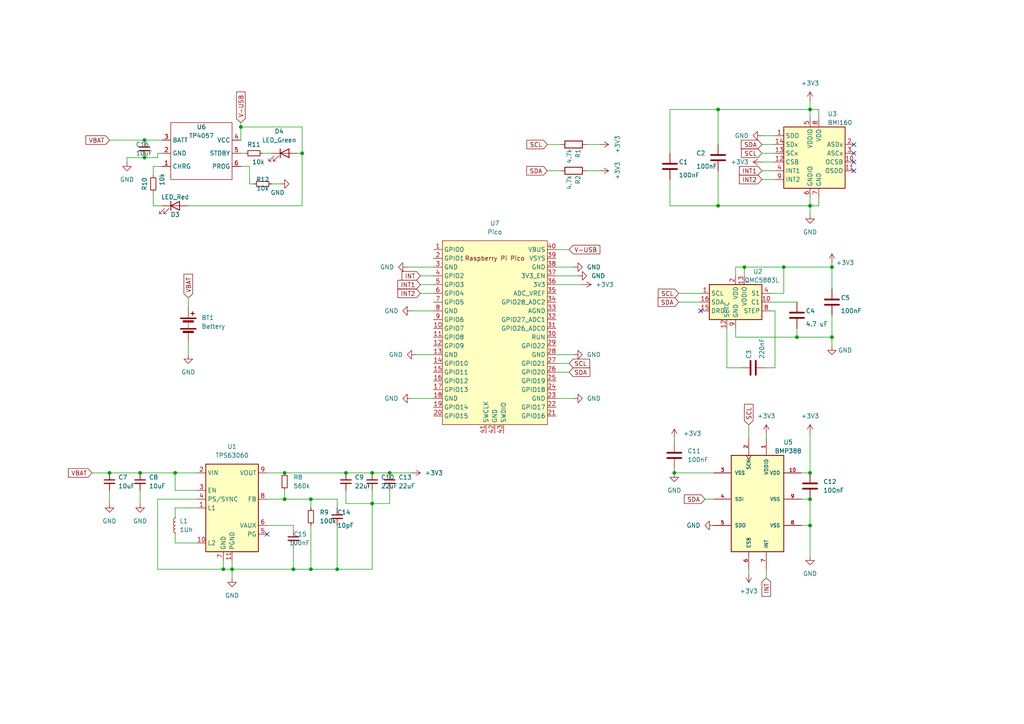
<source format=kicad_sch>
(kicad_sch (version 20230121) (generator eeschema)
  (paper "A4")
  (lib_symbols
    (symbol "Device:Battery" (pin_numbers hide) (pin_names (offset 0) hide)
      (property "Reference" "BT" (at 2.54 2.54 0))
      (property "Value" "Battery" (at 2.54 0 0))
      (symbol "Battery_0_1"
        (rectangle (start -2.286 -1.27) (end 2.286 -1.524) (fill (type outline)))
        (rectangle (start -2.286 1.778) (end 2.286 1.524) (fill (type outline)))
        (rectangle (start -1.524 -2.032) (end 1.524 -2.54) (fill (type outline)))
        (rectangle (start -1.524 1.016) (end 1.524 0.508) (fill (type outline)))
        (polyline (pts (xy 0 -1.016) (xy 0 -0.762)))
        (polyline (pts (xy 0 -0.508) (xy 0 -0.254)))
        (polyline (pts (xy 0 0) (xy 0 0.254)))
        (polyline (pts (xy 0 1.778) (xy 0 2.54)))
        (polyline (pts (xy 0.762 3.048) (xy 1.778 3.048)) (stroke (width 0.254)))
        (polyline (pts (xy 1.27 3.556) (xy 1.27 2.54)) (stroke (width 0.254)))
      )
      (symbol "Battery_1_1"
        (pin passive line (at 0 5.08 270) (length 2.54) (name "+") (number "1"))
        (pin passive line (at 0 -5.08 90) (length 2.54) (name "-") (number "2"))
      )
    )
    (symbol "Device:C" (pin_numbers hide) (pin_names (offset 0.254))
      (property "Reference" "C" (at 0.635 2.54 0))
      (property "Value" "C" (at 0.635 -2.54 0))
      (symbol "C_0_1"
        (polyline (pts (xy -2.032 -0.762) (xy 2.032 -0.762)) (stroke (width 0.508)))
        (polyline (pts (xy -2.032 0.762) (xy 2.032 0.762)) (stroke (width 0.508)))
      )
      (symbol "C_1_1"
        (pin passive line (at 0 3.81 270) (length 2.794) (name "~") (number "1"))
        (pin passive line (at 0 -3.81 90) (length 2.794) (name "~") (number "2"))
      )
    )
    (symbol "Device:C_Small" (pin_numbers hide) (pin_names (offset 0.254) hide)
      (property "Reference" "C" (at 0.254 1.778 0))
      (property "Value" "C_Small" (at 0.254 -2.032 0))
      (symbol "C_Small_0_1"
        (polyline (pts (xy -1.524 -0.508) (xy 1.524 -0.508)) (stroke (width 0.3302)))
        (polyline (pts (xy -1.524 0.508) (xy 1.524 0.508)) (stroke (width 0.3048)))
      )
      (symbol "C_Small_1_1"
        (pin passive line (at 0 2.54 270) (length 2.032) (name "~") (number "1"))
        (pin passive line (at 0 -2.54 90) (length 2.032) (name "~") (number "2"))
      )
    )
    (symbol "Device:LED" (pin_numbers hide) (pin_names (offset 1.016) hide)
      (property "Reference" "D" (at 0 2.54 0))
      (property "Value" "LED" (at 0 -2.54 0))
      (symbol "LED_0_1"
        (polyline (pts (xy -1.27 -1.27) (xy -1.27 1.27)) (stroke (width 0.254)))
        (polyline (pts (xy -1.27 0) (xy 1.27 0)))
        (polyline (pts (xy 1.27 -1.27) (xy 1.27 1.27) (xy -1.27 0) (xy 1.27 -1.27)) (stroke (width 0.254)))
        (polyline (pts (xy -3.048 -0.762) (xy -4.572 -2.286) (xy -3.81 -2.286) (xy -4.572 -2.286) (xy -4.572 -1.524)))
        (polyline (pts (xy -1.778 -0.762) (xy -3.302 -2.286) (xy -2.54 -2.286) (xy -3.302 -2.286) (xy -3.302 -1.524)))
      )
      (symbol "LED_1_1"
        (pin passive line (at -3.81 0 0) (length 2.54) (name "K") (number "1"))
        (pin passive line (at 3.81 0 180) (length 2.54) (name "A") (number "2"))
      )
    )
    (symbol "Device:L_Small" (pin_numbers hide) (pin_names (offset 0.254) hide)
      (property "Reference" "L" (at 0.762 1.016 0))
      (property "Value" "L_Small" (at 0.762 -1.016 0))
      (symbol "L_Small_0_1"
        (arc (start 0 -2.032) (mid 0.5058 -1.524) (end 0 -1.016))
        (arc (start 0 -1.016) (mid 0.5058 -0.508) (end 0 0))
        (arc (start 0 0) (mid 0.5058 0.508) (end 0 1.016))
        (arc (start 0 1.016) (mid 0.5058 1.524) (end 0 2.032))
      )
      (symbol "L_Small_1_1"
        (pin passive line (at 0 2.54 270) (length 0.508) (name "~") (number "1"))
        (pin passive line (at 0 -2.54 90) (length 0.508) (name "~") (number "2"))
      )
    )
    (symbol "Device:R" (pin_numbers hide) (pin_names (offset 0))
      (property "Reference" "R" (at 2.032 0 90))
      (property "Value" "R" (at 0 0 90))
      (symbol "R_0_1"
        (rectangle (start -1.016 -2.54) (end 1.016 2.54) (stroke (width 0.254)))
      )
      (symbol "R_1_1"
        (pin passive line (at 0 3.81 270) (length 1.27) (name "~") (number "1"))
        (pin passive line (at 0 -3.81 90) (length 1.27) (name "~") (number "2"))
      )
    )
    (symbol "Device:R_Small" (pin_numbers hide) (pin_names (offset 0.254) hide)
      (property "Reference" "R" (at 0.762 0.508 0))
      (property "Value" "R_Small" (at 0.762 -1.016 0))
      (symbol "R_Small_0_1"
        (rectangle (start -0.762 1.778) (end 0.762 -1.778) (stroke (width 0.2032)))
      )
      (symbol "R_Small_1_1"
        (pin passive line (at 0 2.54 270) (length 0.762) (name "~") (number "1"))
        (pin passive line (at 0 -2.54 90) (length 0.762) (name "~") (number "2"))
      )
    )
    (symbol "GND_1" (power) (pin_names (offset 0))
      (property "Value" "GND_1" (at 0 -3.81 0))
      (symbol "GND_1_0_1"
        (polyline (pts (xy 0 0) (xy 0 -1.27) (xy 1.27 -1.27) (xy 0 -2.54) (xy -1.27 -1.27) (xy 0 -1.27)))
      )
      (symbol "GND_1_1_1"
        (pin power_in line (at 0 0 270) (length 0) hide (name "GND") (number "1"))
      )
    )
    (symbol "GND_5" (power) (pin_names (offset 0))
      (property "Value" "GND_5" (at 0 -3.81 0))
      (symbol "GND_5_0_1"
        (polyline (pts (xy 0 0) (xy 0 -1.27) (xy 1.27 -1.27) (xy 0 -2.54) (xy -1.27 -1.27) (xy 0 -1.27)))
      )
      (symbol "GND_5_1_1"
        (pin power_in line (at 0 0 270) (length 0) hide (name "GND") (number "1"))
      )
    )
    (symbol "MCU_RaspberryPi_and_Boards:Pico"
      (property "Reference" "U" (at -13.97 27.94 0))
      (property "Value" "Pico" (at 0 19.05 0))
      (symbol "Pico_0_0"
        (text "Raspberry Pi Pico" (at 0 21.59 0) (effects (font (size 1.27 1.27))))
      )
      (symbol "Pico_0_1"
        (rectangle (start -15.24 26.67) (end 15.24 -26.67) (fill (type background)))
      )
      (symbol "Pico_1_1"
        (pin bidirectional line (at -17.78 24.13 0) (length 2.54) (name "GPIO0") (number "1"))
        (pin bidirectional line (at -17.78 1.27 0) (length 2.54) (name "GPIO7") (number "10"))
        (pin bidirectional line (at -17.78 -1.27 0) (length 2.54) (name "GPIO8") (number "11"))
        (pin bidirectional line (at -17.78 -3.81 0) (length 2.54) (name "GPIO9") (number "12"))
        (pin power_in line (at -17.78 -6.35 0) (length 2.54) (name "GND") (number "13"))
        (pin bidirectional line (at -17.78 -8.89 0) (length 2.54) (name "GPIO10") (number "14"))
        (pin bidirectional line (at -17.78 -11.43 0) (length 2.54) (name "GPIO11") (number "15"))
        (pin bidirectional line (at -17.78 -13.97 0) (length 2.54) (name "GPIO12") (number "16"))
        (pin bidirectional line (at -17.78 -16.51 0) (length 2.54) (name "GPIO13") (number "17"))
        (pin power_in line (at -17.78 -19.05 0) (length 2.54) (name "GND") (number "18"))
        (pin bidirectional line (at -17.78 -21.59 0) (length 2.54) (name "GPIO14") (number "19"))
        (pin bidirectional line (at -17.78 21.59 0) (length 2.54) (name "GPIO1") (number "2"))
        (pin bidirectional line (at -17.78 -24.13 0) (length 2.54) (name "GPIO15") (number "20"))
        (pin bidirectional line (at 17.78 -24.13 180) (length 2.54) (name "GPIO16") (number "21"))
        (pin bidirectional line (at 17.78 -21.59 180) (length 2.54) (name "GPIO17") (number "22"))
        (pin power_in line (at 17.78 -19.05 180) (length 2.54) (name "GND") (number "23"))
        (pin bidirectional line (at 17.78 -16.51 180) (length 2.54) (name "GPIO18") (number "24"))
        (pin bidirectional line (at 17.78 -13.97 180) (length 2.54) (name "GPIO19") (number "25"))
        (pin bidirectional line (at 17.78 -11.43 180) (length 2.54) (name "GPIO20") (number "26"))
        (pin bidirectional line (at 17.78 -8.89 180) (length 2.54) (name "GPIO21") (number "27"))
        (pin power_in line (at 17.78 -6.35 180) (length 2.54) (name "GND") (number "28"))
        (pin bidirectional line (at 17.78 -3.81 180) (length 2.54) (name "GPIO22") (number "29"))
        (pin power_in line (at -17.78 19.05 0) (length 2.54) (name "GND") (number "3"))
        (pin input line (at 17.78 -1.27 180) (length 2.54) (name "RUN") (number "30"))
        (pin bidirectional line (at 17.78 1.27 180) (length 2.54) (name "GPIO26_ADC0") (number "31"))
        (pin bidirectional line (at 17.78 3.81 180) (length 2.54) (name "GPIO27_ADC1") (number "32"))
        (pin power_in line (at 17.78 6.35 180) (length 2.54) (name "AGND") (number "33"))
        (pin bidirectional line (at 17.78 8.89 180) (length 2.54) (name "GPIO28_ADC2") (number "34"))
        (pin power_in line (at 17.78 11.43 180) (length 2.54) (name "ADC_VREF") (number "35"))
        (pin power_in line (at 17.78 13.97 180) (length 2.54) (name "3V3") (number "36"))
        (pin input line (at 17.78 16.51 180) (length 2.54) (name "3V3_EN") (number "37"))
        (pin bidirectional line (at 17.78 19.05 180) (length 2.54) (name "GND") (number "38"))
        (pin power_in line (at 17.78 21.59 180) (length 2.54) (name "VSYS") (number "39"))
        (pin bidirectional line (at -17.78 16.51 0) (length 2.54) (name "GPIO2") (number "4"))
        (pin power_in line (at 17.78 24.13 180) (length 2.54) (name "VBUS") (number "40"))
        (pin input line (at -2.54 -29.21 90) (length 2.54) (name "SWCLK") (number "41"))
        (pin power_in line (at 0 -29.21 90) (length 2.54) (name "GND") (number "42"))
        (pin bidirectional line (at 2.54 -29.21 90) (length 2.54) (name "SWDIO") (number "43"))
        (pin bidirectional line (at -17.78 13.97 0) (length 2.54) (name "GPIO3") (number "5"))
        (pin bidirectional line (at -17.78 11.43 0) (length 2.54) (name "GPIO4") (number "6"))
        (pin bidirectional line (at -17.78 8.89 0) (length 2.54) (name "GPIO5") (number "7"))
        (pin power_in line (at -17.78 6.35 0) (length 2.54) (name "GND") (number "8"))
        (pin bidirectional line (at -17.78 3.81 0) (length 2.54) (name "GPIO6") (number "9"))
      )
    )
    (symbol "Regulator_Switching:TPS63060"
      (property "Reference" "U" (at -7.62 13.97 0))
      (property "Value" "TPS63060" (at 2.54 13.97 0))
      (symbol "TPS63060_0_1"
        (rectangle (start -7.62 12.7) (end 7.62 -12.7) (stroke (width 0.254)) (fill (type background)))
      )
      (symbol "TPS63060_1_1"
        (pin input line (at -10.16 0 0) (length 2.54) (name "L1") (number "1"))
        (pin input line (at -10.16 -10.16 0) (length 2.54) (name "L2") (number "10"))
        (pin power_in line (at 0 -15.24 90) (length 2.54) (name "PGND") (number "11"))
        (pin power_in line (at -10.16 10.16 0) (length 2.54) (name "VIN") (number "2"))
        (pin input line (at -10.16 5.08 0) (length 2.54) (name "EN") (number "3"))
        (pin input line (at -10.16 2.54 0) (length 2.54) (name "PS/SYNC") (number "4"))
        (pin output line (at 10.16 -7.62 180) (length 2.54) (name "PG") (number "5"))
        (pin passive line (at 10.16 -5.08 180) (length 2.54) (name "VAUX") (number "6"))
        (pin power_in line (at -2.54 -15.24 90) (length 2.54) (name "GND") (number "7"))
        (pin input line (at 10.16 2.54 180) (length 2.54) (name "FB") (number "8"))
        (pin power_out line (at 10.16 10.16 180) (length 2.54) (name "VOUT") (number "9"))
      )
    )
    (symbol "Sensor_Barometric:BMP388" (pin_names (offset 1.016))
      (property "Reference" "U?" (at -21.59 30.48 0))
      (property "Value" "BMP388" (at -21.59 27.94 0))
      (symbol "BMP388_0_0"
        (rectangle (start -7.62 -12.7) (end 7.62 15.24) (stroke (width 0.254)) (fill (type background)))
        (pin power_in line (at 2.54 20.32 270) (length 5.08) (name "VDDIO") (number "1"))
        (pin power_in line (at 12.7 10.16 180) (length 5.08) (name "VDD") (number "10"))
        (pin input clock (at -2.54 20.32 270) (length 5.08) (name "SCK") (number "2"))
        (pin power_in line (at -12.7 10.16 0) (length 5.08) (name "VSS") (number "3"))
        (pin bidirectional line (at -12.7 2.54 0) (length 5.08) (name "SDI") (number "4"))
        (pin bidirectional line (at -12.7 -5.08 0) (length 5.08) (name "SDO") (number "5"))
        (pin input line (at -2.54 -17.78 90) (length 5.08) (name "CSB") (number "6"))
        (pin output line (at 2.54 -17.78 90) (length 5.08) (name "INT") (number "7"))
        (pin power_in line (at 12.7 -5.08 180) (length 5.08) (name "VSS") (number "8"))
        (pin power_in line (at 12.7 2.54 180) (length 5.08) (name "VSS") (number "9"))
      )
    )
    (symbol "Sensor_Magnetic:QMC5883L"
      (property "Reference" "U" (at -7.62 7.62 0))
      (property "Value" "QMC5883L" (at 5.08 7.62 0))
      (symbol "QMC5883L_0_1"
        (rectangle (start -7.62 5.08) (end 7.62 -5.08) (stroke (width 0.254)) (fill (type background)))
      )
      (symbol "QMC5883L_1_1"
        (pin input line (at -10.16 2.54 0) (length 2.54) (name "SCL") (number "1"))
        (pin passive line (at 10.16 0 180) (length 2.54) (name "C1") (number "10"))
        (pin passive line (at 0 -7.62 90) (length 2.54) hide (name "GND") (number "11"))
        (pin passive line (at -2.54 -7.62 90) (length 2.54) (name "SETC") (number "12"))
        (pin power_in line (at 2.54 7.62 270) (length 2.54) (name "VDDIO") (number "13"))
        (pin no_connect line (at -2.54 -5.08 90) (length 2.54) hide (name "NC") (number "14"))
        (pin output line (at -10.16 -2.54 0) (length 2.54) (name "DRDY") (number "15"))
        (pin bidirectional line (at -10.16 0 0) (length 2.54) (name "SDA") (number "16"))
        (pin power_in line (at 0 7.62 270) (length 2.54) (name "VDD") (number "2"))
        (pin no_connect line (at 7.62 -5.08 180) (length 2.54) hide (name "NC") (number "3"))
        (pin passive line (at 10.16 2.54 180) (length 2.54) (name "S1") (number "4"))
        (pin no_connect line (at 7.62 5.08 180) (length 2.54) hide (name "NC") (number "5"))
        (pin no_connect line (at 7.62 -2.54 180) (length 2.54) hide (name "NC") (number "6"))
        (pin no_connect line (at -5.08 -5.08 90) (length 2.54) hide (name "NC") (number "7"))
        (pin passive line (at 10.16 -2.54 180) (length 2.54) (name "STEP") (number "8"))
        (pin power_in line (at 0 -7.62 90) (length 2.54) (name "GND") (number "9"))
      )
    )
    (symbol "Sensor_Motion:BMI160"
      (property "Reference" "U" (at -10.16 8.89 0))
      (property "Value" "BMI160" (at 7.62 8.89 0))
      (symbol "BMI160_1_1"
        (rectangle (start -10.16 7.62) (end 7.62 -10.16) (stroke (width 0.254)) (fill (type background)))
        (pin bidirectional line (at -12.7 5.08 0) (length 2.54) (name "SDO") (number "1"))
        (pin bidirectional line (at 10.16 -2.54 180) (length 2.54) (name "OCSB") (number "10"))
        (pin bidirectional line (at 10.16 -5.08 180) (length 2.54) (name "OSDO") (number "11"))
        (pin input line (at -12.7 -2.54 0) (length 2.54) (name "CSB") (number "12"))
        (pin input line (at -12.7 0 0) (length 2.54) (name "SCx") (number "13"))
        (pin bidirectional line (at -12.7 2.54 0) (length 2.54) (name "SDx") (number "14"))
        (pin bidirectional line (at 10.16 2.54 180) (length 2.54) (name "ASDx") (number "2"))
        (pin output line (at 10.16 0 180) (length 2.54) (name "ASCx") (number "3"))
        (pin bidirectional line (at -12.7 -5.08 0) (length 2.54) (name "INT1") (number "4"))
        (pin power_in line (at -2.54 10.16 270) (length 2.54) (name "VDDIO") (number "5"))
        (pin power_in line (at -2.54 -12.7 90) (length 2.54) (name "GNDIO") (number "6"))
        (pin power_in line (at 0 -12.7 90) (length 2.54) (name "GND") (number "7"))
        (pin power_in line (at 0 10.16 270) (length 2.54) (name "VDD") (number "8"))
        (pin bidirectional line (at -12.7 -7.62 0) (length 2.54) (name "INT2") (number "9"))
      )
    )
    (symbol "batterymanagementcustom:TP4057"
      (property "Reference" "U" (at -2.54 2.54 0))
      (property "Value" "TP4057" (at -1.27 5.08 0))
      (symbol "TP4057_0_1"
        (rectangle (start -10.16 6.35) (end 7.62 -10.16))
      )
      (symbol "TP4057_1_1"
        (pin output line (at -12.7 -6.35 0) (length 2.54) (name "CHRG") (number "1"))
        (pin bidirectional line (at -12.7 -2.54 0) (length 2.54) (name "GND") (number "2"))
        (pin bidirectional line (at -12.7 1.27 0) (length 2.54) (name "BATT") (number "3"))
        (pin bidirectional line (at 10.16 1.27 180) (length 2.54) (name "VCC") (number "4"))
        (pin bidirectional line (at 10.16 -2.54 180) (length 2.54) (name "STDBY") (number "5"))
        (pin input line (at 10.16 -6.35 180) (length 2.54) (name "PROG") (number "6"))
      )
    )
    (symbol "power:+3.3V" (power) (pin_names (offset 0))
      (property "Value" "+3.3V" (at 0 3.556 0))
      (symbol "+3.3V_0_1"
        (polyline (pts (xy -0.762 1.27) (xy 0 2.54)))
        (polyline (pts (xy 0 0) (xy 0 2.54)))
        (polyline (pts (xy 0 2.54) (xy 0.762 1.27)))
      )
      (symbol "+3.3V_1_1"
        (pin power_in line (at 0 0 90) (length 0) hide (name "+3V3") (number "1"))
      )
    )
    (symbol "power:+3V3" (power) (pin_names (offset 0))
      (property "Value" "+3V3" (at 0 3.556 0))
      (symbol "+3V3_0_1"
        (polyline (pts (xy -0.762 1.27) (xy 0 2.54)))
        (polyline (pts (xy 0 0) (xy 0 2.54)))
        (polyline (pts (xy 0 2.54) (xy 0.762 1.27)))
      )
      (symbol "+3V3_1_1"
        (pin power_in line (at 0 0 90) (length 0) hide (name "+3V3") (number "1"))
      )
    )
    (symbol "power:GND" (power) (pin_names (offset 0))
      (property "Value" "GND" (at 0 -3.81 0))
      (symbol "GND_0_1"
        (polyline (pts (xy 0 0) (xy 0 -1.27) (xy 1.27 -1.27) (xy 0 -2.54) (xy -1.27 -1.27) (xy 0 -1.27)))
      )
      (symbol "GND_1_1"
        (pin power_in line (at 0 0 270) (length 0) hide (name "GND") (number "1"))
      )
    )
  )
  (junction (at 64.77 165.1))
  (junction (at 234.95 59.69))
  (junction (at 82.55 137.16))
  (junction (at 31.75 137.16))
  (junction (at 87.63 44.45))
  (junction (at 50.8 137.16))
  (junction (at 107.95 146.05))
  (junction (at 69.85 36.83))
  (junction (at 67.31 165.1))
  (junction (at 241.3 97.79))
  (junction (at 113.03 137.16))
  (junction (at 40.64 137.16))
  (junction (at 85.09 165.1))
  (junction (at 215.9 77.47))
  (junction (at 234.95 152.4))
  (junction (at 234.95 144.78))
  (junction (at 208.28 31.75))
  (junction (at 195.58 137.16))
  (junction (at 234.95 31.75))
  (junction (at 227.33 77.47))
  (junction (at 90.17 165.1))
  (junction (at 107.95 137.16))
  (junction (at 241.3 77.47))
  (junction (at 97.79 165.1))
  (junction (at 100.33 137.16))
  (junction (at 41.91 45.72))
  (junction (at 90.17 144.78))
  (junction (at 231.14 97.79))
  (junction (at 208.28 59.69))
  (junction (at 82.55 144.78))
  (junction (at 41.91 40.64))
  (junction (at 234.95 137.16))
  (no_connect (at 77.47 154.94))
  (no_connect (at 247.65 49.53))
  (no_connect (at 247.65 46.99))
  (no_connect (at 247.65 44.45))
  (no_connect (at 247.65 41.91))
  (no_connect (at 203.2 90.17))
  (wire (pts (xy 237.49 57.15) (xy 237.49 59.69)))
  (wire (pts (xy 234.95 29.21) (xy 234.95 31.75)))
  (wire (pts (xy 173.99 41.91) (xy 170.18 41.91)))
  (wire (pts (xy 234.95 59.69) (xy 234.95 62.23)))
  (wire (pts (xy 118.11 77.47) (xy 125.73 77.47)))
  (wire (pts (xy 50.8 154.94) (xy 50.8 157.48)))
  (wire (pts (xy 214.63 106.68) (xy 210.82 106.68)))
  (wire (pts (xy 45.72 44.45) (xy 45.72 45.72)))
  (wire (pts (xy 50.8 157.48) (xy 57.15 157.48)))
  (wire (pts (xy 241.3 77.47) (xy 241.3 83.82)))
  (wire (pts (xy 196.85 85.09) (xy 203.2 85.09)))
  (wire (pts (xy 213.36 97.79) (xy 213.36 95.25)))
  (wire (pts (xy 161.29 82.55) (xy 168.91 82.55)))
  (wire (pts (xy 50.8 142.24) (xy 50.8 137.16)))
  (wire (pts (xy 113.03 142.24) (xy 113.03 146.05)))
  (wire (pts (xy 220.98 46.99) (xy 224.79 46.99)))
  (wire (pts (xy 213.36 77.47) (xy 215.9 77.47)))
  (wire (pts (xy 90.17 144.78) (xy 82.55 144.78)))
  (wire (pts (xy 41.91 40.64) (xy 46.99 40.64)))
  (wire (pts (xy 231.14 97.79) (xy 213.36 97.79)))
  (wire (pts (xy 67.31 165.1) (xy 67.31 162.56)))
  (wire (pts (xy 161.29 77.47) (xy 166.37 77.47)))
  (wire (pts (xy 220.98 52.07) (xy 224.79 52.07)))
  (wire (pts (xy 50.8 147.32) (xy 57.15 147.32)))
  (wire (pts (xy 36.83 46.99) (xy 36.83 45.72)))
  (wire (pts (xy 227.33 85.09) (xy 223.52 85.09)))
  (wire (pts (xy 64.77 165.1) (xy 67.31 165.1)))
  (wire (pts (xy 107.95 146.05) (xy 107.95 165.1)))
  (wire (pts (xy 44.45 55.88) (xy 44.45 59.69)))
  (wire (pts (xy 224.79 106.68) (xy 222.25 106.68)))
  (wire (pts (xy 195.58 137.16) (xy 207.01 137.16)))
  (wire (pts (xy 215.9 77.47) (xy 215.9 80.01)))
  (wire (pts (xy 97.79 165.1) (xy 90.17 165.1)))
  (wire (pts (xy 234.95 31.75) (xy 234.95 34.29)))
  (wire (pts (xy 36.83 45.72) (xy 41.91 45.72)))
  (wire (pts (xy 26.67 137.16) (xy 31.75 137.16)))
  (wire (pts (xy 195.58 127) (xy 195.58 128.27)))
  (wire (pts (xy 220.98 39.37) (xy 224.79 39.37)))
  (wire (pts (xy 161.29 102.87) (xy 166.37 102.87)))
  (wire (pts (xy 194.31 52.07) (xy 194.31 59.69)))
  (wire (pts (xy 232.41 137.16) (xy 234.95 137.16)))
  (wire (pts (xy 222.25 165.1) (xy 222.25 167.64)))
  (wire (pts (xy 100.33 146.05) (xy 100.33 142.24)))
  (wire (pts (xy 107.95 165.1) (xy 97.79 165.1)))
  (wire (pts (xy 87.63 59.69) (xy 87.63 44.45)))
  (wire (pts (xy 69.85 48.26) (xy 72.39 48.26)))
  (wire (pts (xy 223.52 90.17) (xy 224.79 90.17)))
  (wire (pts (xy 161.29 105.41) (xy 165.1 105.41)))
  (wire (pts (xy 44.45 59.69) (xy 46.99 59.69)))
  (wire (pts (xy 44.45 48.26) (xy 46.99 48.26)))
  (wire (pts (xy 194.31 31.75) (xy 208.28 31.75)))
  (wire (pts (xy 72.39 48.26) (xy 72.39 53.34)))
  (wire (pts (xy 44.45 50.8) (xy 44.45 48.26)))
  (wire (pts (xy 90.17 147.32) (xy 90.17 144.78)))
  (wire (pts (xy 40.64 137.16) (xy 50.8 137.16)))
  (wire (pts (xy 77.47 137.16) (xy 82.55 137.16)))
  (wire (pts (xy 234.95 59.69) (xy 237.49 59.69)))
  (wire (pts (xy 72.39 53.34) (xy 73.66 53.34)))
  (wire (pts (xy 227.33 77.47) (xy 227.33 85.09)))
  (wire (pts (xy 162.56 49.53) (xy 158.75 49.53)))
  (wire (pts (xy 54.61 59.69) (xy 87.63 59.69)))
  (wire (pts (xy 50.8 137.16) (xy 57.15 137.16)))
  (wire (pts (xy 31.75 40.64) (xy 41.91 40.64)))
  (wire (pts (xy 31.75 142.24) (xy 31.75 146.05)))
  (wire (pts (xy 87.63 36.83) (xy 87.63 44.45)))
  (wire (pts (xy 194.31 59.69) (xy 208.28 59.69)))
  (wire (pts (xy 100.33 137.16) (xy 107.95 137.16)))
  (wire (pts (xy 45.72 45.72) (xy 41.91 45.72)))
  (wire (pts (xy 161.29 80.01) (xy 167.64 80.01)))
  (wire (pts (xy 241.3 76.2) (xy 241.3 77.47)))
  (wire (pts (xy 78.74 53.34) (xy 81.28 53.34)))
  (wire (pts (xy 234.95 125.73) (xy 234.95 137.16)))
  (wire (pts (xy 217.17 166.37) (xy 217.17 165.1)))
  (wire (pts (xy 69.85 36.83) (xy 69.85 35.56)))
  (wire (pts (xy 220.98 41.91) (xy 224.79 41.91)))
  (wire (pts (xy 107.95 146.05) (xy 107.95 142.24)))
  (wire (pts (xy 196.85 87.63) (xy 203.2 87.63)))
  (wire (pts (xy 237.49 31.75) (xy 237.49 34.29)))
  (wire (pts (xy 234.95 31.75) (xy 237.49 31.75)))
  (wire (pts (xy 85.09 165.1) (xy 67.31 165.1)))
  (wire (pts (xy 90.17 152.4) (xy 90.17 165.1)))
  (wire (pts (xy 215.9 77.47) (xy 227.33 77.47)))
  (wire (pts (xy 90.17 144.78) (xy 97.79 144.78)))
  (wire (pts (xy 45.72 144.78) (xy 45.72 165.1)))
  (wire (pts (xy 121.92 85.09) (xy 125.73 85.09)))
  (wire (pts (xy 162.56 41.91) (xy 158.75 41.91)))
  (wire (pts (xy 231.14 95.25) (xy 231.14 97.79)))
  (wire (pts (xy 87.63 44.45) (xy 86.36 44.45)))
  (wire (pts (xy 78.74 44.45) (xy 76.2 44.45)))
  (wire (pts (xy 85.09 152.4) (xy 85.09 153.67)))
  (wire (pts (xy 161.29 107.95) (xy 165.1 107.95)))
  (wire (pts (xy 54.61 86.36) (xy 54.61 88.9)))
  (wire (pts (xy 173.99 49.53) (xy 170.18 49.53)))
  (wire (pts (xy 85.09 158.75) (xy 85.09 165.1)))
  (wire (pts (xy 77.47 144.78) (xy 82.55 144.78)))
  (wire (pts (xy 210.82 106.68) (xy 210.82 95.25)))
  (wire (pts (xy 121.92 82.55) (xy 125.73 82.55)))
  (wire (pts (xy 241.3 100.33) (xy 241.3 97.79)))
  (wire (pts (xy 121.92 80.01) (xy 125.73 80.01)))
  (wire (pts (xy 223.52 87.63) (xy 231.14 87.63)))
  (wire (pts (xy 222.25 125.73) (xy 222.25 127)))
  (wire (pts (xy 119.38 90.17) (xy 125.73 90.17)))
  (wire (pts (xy 50.8 147.32) (xy 50.8 149.86)))
  (wire (pts (xy 100.33 146.05) (xy 107.95 146.05)))
  (wire (pts (xy 97.79 165.1) (xy 97.79 152.4)))
  (wire (pts (xy 45.72 44.45) (xy 46.99 44.45)))
  (wire (pts (xy 54.61 99.06) (xy 54.61 102.87)))
  (wire (pts (xy 241.3 91.44) (xy 241.3 97.79)))
  (wire (pts (xy 195.58 135.89) (xy 195.58 137.16)))
  (wire (pts (xy 40.64 142.24) (xy 40.64 146.05)))
  (wire (pts (xy 57.15 142.24) (xy 50.8 142.24)))
  (wire (pts (xy 208.28 59.69) (xy 234.95 59.69)))
  (wire (pts (xy 204.47 144.78) (xy 207.01 144.78)))
  (wire (pts (xy 69.85 36.83) (xy 87.63 36.83)))
  (wire (pts (xy 232.41 152.4) (xy 234.95 152.4)))
  (wire (pts (xy 227.33 77.47) (xy 241.3 77.47)))
  (wire (pts (xy 69.85 44.45) (xy 71.12 44.45)))
  (wire (pts (xy 231.14 97.79) (xy 241.3 97.79)))
  (wire (pts (xy 77.47 152.4) (xy 85.09 152.4)))
  (wire (pts (xy 161.29 115.57) (xy 166.37 115.57)))
  (wire (pts (xy 224.79 90.17) (xy 224.79 106.68)))
  (wire (pts (xy 208.28 31.75) (xy 234.95 31.75)))
  (wire (pts (xy 57.15 144.78) (xy 45.72 144.78)))
  (wire (pts (xy 31.75 137.16) (xy 40.64 137.16)))
  (wire (pts (xy 234.95 152.4) (xy 234.95 161.29)))
  (wire (pts (xy 194.31 31.75) (xy 194.31 44.45)))
  (wire (pts (xy 82.55 137.16) (xy 100.33 137.16)))
  (wire (pts (xy 45.72 165.1) (xy 64.77 165.1)))
  (wire (pts (xy 64.77 162.56) (xy 64.77 165.1)))
  (wire (pts (xy 232.41 144.78) (xy 234.95 144.78)))
  (wire (pts (xy 67.31 165.1) (xy 67.31 167.64)))
  (wire (pts (xy 82.55 144.78) (xy 82.55 142.24)))
  (wire (pts (xy 220.98 44.45) (xy 224.79 44.45)))
  (wire (pts (xy 213.36 80.01) (xy 213.36 77.47)))
  (wire (pts (xy 90.17 165.1) (xy 85.09 165.1)))
  (wire (pts (xy 217.17 123.19) (xy 217.17 127)))
  (wire (pts (xy 113.03 137.16) (xy 119.38 137.16)))
  (wire (pts (xy 208.28 49.53) (xy 208.28 59.69)))
  (wire (pts (xy 220.98 49.53) (xy 224.79 49.53)))
  (wire (pts (xy 208.28 41.91) (xy 208.28 31.75)))
  (wire (pts (xy 120.65 102.87) (xy 125.73 102.87)))
  (wire (pts (xy 119.38 115.57) (xy 125.73 115.57)))
  (wire (pts (xy 234.95 57.15) (xy 234.95 59.69)))
  (wire (pts (xy 107.95 137.16) (xy 113.03 137.16)))
  (wire (pts (xy 234.95 144.78) (xy 234.95 152.4)))
  (wire (pts (xy 97.79 144.78) (xy 97.79 147.32)))
  (wire (pts (xy 161.29 72.39) (xy 165.1 72.39)))
  (wire (pts (xy 113.03 146.05) (xy 107.95 146.05)))
  (wire (pts (xy 69.85 40.64) (xy 69.85 36.83)))
  (global_label "SCL" (shape input) (at 158.75 41.91 180) (property "Intersheetrefs" "${INTERSHEET_REFS}" (effects hide)))
  (global_label "VBAT" (shape input) (at 26.67 137.16 180) (property "Intersheetrefs" "${INTERSHEET_REFS}" (effects hide)))
  (global_label "INT" (shape input) (at 121.92 80.01 180) (property "Intersheetrefs" "${INTERSHEET_REFS}" (effects hide)))
  (global_label "SDA" (shape input) (at 158.75 49.53 180) (property "Intersheetrefs" "${INTERSHEET_REFS}" (effects hide)))
  (global_label "INT2" (shape input) (at 220.98 52.07 180) (property "Intersheetrefs" "${INTERSHEET_REFS}" (effects hide)))
  (global_label "SDA" (shape input) (at 204.47 144.78 180) (property "Intersheetrefs" "${INTERSHEET_REFS}" (effects hide)))
  (global_label "SCL" (shape input) (at 165.1 105.41 0) (property "Intersheetrefs" "${INTERSHEET_REFS}" (effects hide)))
  (global_label "VBAT" (shape input) (at 31.75 40.64 180) (property "Intersheetrefs" "${INTERSHEET_REFS}" (effects hide)))
  (global_label "SCL" (shape input) (at 196.85 85.09 180) (property "Intersheetrefs" "${INTERSHEET_REFS}" (effects hide)))
  (global_label "INT1" (shape input) (at 121.92 82.55 180) (property "Intersheetrefs" "${INTERSHEET_REFS}" (effects hide)))
  (global_label "INT1" (shape input) (at 220.98 49.53 180) (property "Intersheetrefs" "${INTERSHEET_REFS}" (effects hide)))
  (global_label "V-USB" (shape input) (at 69.85 35.56 90) (property "Intersheetrefs" "${INTERSHEET_REFS}" (effects hide)))
  (global_label "SCL" (shape input) (at 220.98 44.45 180) (property "Intersheetrefs" "${INTERSHEET_REFS}" (effects hide)))
  (global_label "SDA" (shape input) (at 220.98 41.91 180) (property "Intersheetrefs" "${INTERSHEET_REFS}" (effects hide)))
  (global_label "SDA" (shape input) (at 196.85 87.63 180) (property "Intersheetrefs" "${INTERSHEET_REFS}" (effects hide)))
  (global_label "SCL" (shape input) (at 217.17 123.19 90) (property "Intersheetrefs" "${INTERSHEET_REFS}" (effects hide)))
  (global_label "V-USB" (shape input) (at 165.1 72.39 0) (property "Intersheetrefs" "${INTERSHEET_REFS}" (effects hide)))
  (global_label "SDA" (shape input) (at 165.1 107.95 0) (property "Intersheetrefs" "${INTERSHEET_REFS}" (effects hide)))
  (global_label "INT2" (shape input) (at 121.92 85.09 180) (property "Intersheetrefs" "${INTERSHEET_REFS}" (effects hide)))
  (global_label "INT" (shape input) (at 222.25 167.64 270) (property "Intersheetrefs" "${INTERSHEET_REFS}" (effects hide)))
  (global_label "VBAT" (shape input) (at 54.61 86.36 90) (property "Intersheetrefs" "${INTERSHEET_REFS}" (effects hide)))
  (symbol (lib_id "power:+3V3") (at 217.17 166.37 180) (unit 1)
    (property "Reference" "#PWR021" (effects hide))
    (property "Value" "+3V3" (at 217.17 171.45 0))
  )
  (symbol (lib_id "Device:L_Small") (at 50.8 152.4 180) (unit 1)
    (property "Reference" "L1" (at 52.07 151.13 0) (effects (justify right)))
    (property "Value" "1Uh" (at 52.07 153.67 0) (effects (justify right)))
    (property "Footprint" "Inductor_SMD:L_Chilisin_BMRA00040420" (effects hide))
  )
  (symbol (lib_id "power:GND") (at 36.83 46.99 0) (unit 1)
    (property "Reference" "#PWR027" (effects hide))
    (property "Value" "GND" (at 36.83 52.07 0))
  )
  (symbol (lib_id "Device:LED") (at 50.8 59.69 0) (unit 1)
    (property "Reference" "D3" (at 50.8 62.23 0))
    (property "Value" "LED_Red" (at 50.8 57.15 0))
    (property "Footprint" "LED_SMD:LED_0402_1005Metric" (effects hide))
    (property "Datasheet" "https://datasheet.lcsc.com/lcsc/2102221704_Yongyu-Photoelectric-SZYY0402G_C434446.pdf" (effects hide))
    (property "comment" "SZYY0402" (effects hide))
  )
  (symbol (lib_id "power:+3V3") (at 241.3 76.2 0) (unit 1)
    (property "Reference" "#PWR08" (effects hide))
    (property "Value" "+3V3" (at 245.11 76.2 0))
  )
  (symbol (lib_id "Device:C_Small") (at 100.33 139.7 0) (unit 1)
    (property "Reference" "C9" (at 102.87 138.4363 0) (effects (justify left)))
    (property "Value" "22uF" (at 102.87 140.9763 0) (effects (justify left)))
    (property "Footprint" "Capacitor_SMD:C_0805_2012Metric" (effects hide))
  )
  (symbol (lib_id "power:+3.3V") (at 220.98 46.99 90) (unit 1)
    (property "Reference" "#PWR05" (effects hide))
    (property "Value" "+3.3V" (at 217.17 46.99 90) (effects (justify left)))
  )
  (symbol (lib_id "Device:C") (at 195.58 132.08 0) (unit 1)
    (property "Reference" "C11" (at 199.39 130.8099 0) (effects (justify left)))
    (property "Value" "100nF" (at 199.39 133.3499 0) (effects (justify left)))
    (property "Footprint" "Capacitor_SMD:C_0805_2012Metric" (effects hide))
  )
  (symbol (lib_id "power:+3V3") (at 173.99 41.91 270) (unit 1)
    (property "Reference" "#PWR02" (effects hide))
    (property "Value" "+3V3" (at 179.07 41.91 0))
  )
  (symbol (lib_id "power:GND") (at 67.31 167.64 0) (unit 1)
    (property "Reference" "#PWR017" (effects hide))
    (property "Value" "GND" (at 67.31 172.72 0))
  )
  (symbol (lib_id "Sensor_Motion:BMI160") (at 237.49 44.45 0) (unit 1)
    (property "Reference" "U3" (at 240.03 33.02 0) (effects (justify left)))
    (property "Value" "BMI160" (at 240.03 35.56 0) (effects (justify left)))
    (property "Footprint" "Package_LGA:Bosch_LGA-14_3x2.5mm_P0.5mm" (effects hide))
    (property "Datasheet" "https://www.bosch-sensortec.com/media/boschsensortec/downloads/datasheets/bst-bmi160-ds000.pdf" (effects hide))
  )
  (symbol (lib_id "Device:C_Small") (at 97.79 149.86 0) (unit 1)
    (property "Reference" "C14" (at 97.79 148.59 0) (effects (justify left)))
    (property "Value" "10pF" (at 97.79 152.4 0) (effects (justify left)))
    (property "Footprint" "Capacitor_SMD:C_0805_2012Metric" (effects hide))
  )
  (symbol (lib_id "batterymanagementcustom:TP4057") (at 59.69 41.91 0) (unit 1)
    (property "Reference" "U6" (at 58.42 36.83 0))
    (property "Value" "TP4057" (at 58.42 39.37 0))
    (property "Footprint" "Package_TO_SOT_SMD:SOT-23-6" (effects hide))
  )
  (symbol (lib_id "power:+3V3") (at 168.91 82.55 270) (unit 1)
    (property "Reference" "#PWR010" (effects hide))
    (property "Value" "+3V3" (at 172.72 82.55 90) (effects (justify left)))
  )
  (symbol (lib_id "power:+3V3") (at 119.38 137.16 270) (unit 1)
    (property "Reference" "#PWR025" (effects hide))
    (property "Value" "+3V3" (at 123.19 137.16 90) (effects (justify left)))
  )
  (symbol (lib_id "power:GND") (at 81.28 53.34 90) (unit 1)
    (property "Reference" "#PWR028" (effects hide))
    (property "Value" "GND" (at 82.55 55.88 90) (effects (justify left)))
  )
  (symbol (lib_id "power:GND") (at 166.37 115.57 90) (unit 1)
    (property "Reference" "#PWR034" (effects hide))
    (property "Value" "GND" (at 170.18 115.57 90) (effects (justify right)))
  )
  (symbol (lib_id "power:GND") (at 166.37 77.47 90) (unit 1)
    (property "Reference" "#PWR032" (effects hide))
    (property "Value" "GND" (at 170.18 77.47 90) (effects (justify right)))
  )
  (symbol (lib_id "Device:C_Small") (at 31.75 139.7 0) (unit 1)
    (property "Reference" "C7" (at 34.29 138.4363 0) (effects (justify left)))
    (property "Value" "10uF" (at 34.29 140.9763 0) (effects (justify left)))
    (property "Footprint" "Capacitor_SMD:C_0805_2012Metric" (effects hide))
  )
  (symbol (lib_id "power:GND") (at 195.58 137.16 0) (unit 1)
    (property "Reference" "#PWR019" (effects hide))
    (property "Value" "GND" (at 195.58 142.24 0))
  )
  (symbol (lib_id "Device:C_Small") (at 113.03 139.7 0) (unit 1)
    (property "Reference" "C13" (at 115.57 138.4363 0) (effects (justify left)))
    (property "Value" "22uF" (at 115.57 140.9763 0) (effects (justify left)))
    (property "Footprint" "Capacitor_SMD:C_0805_2012Metric" (effects hide))
  )
  (symbol (lib_id "Device:R") (at 166.37 41.91 270) (unit 1)
    (property "Reference" "R1" (at 167.64 43.18 0) (effects (justify left)))
    (property "Value" "4.7k" (at 165.1 43.18 0) (effects (justify left)))
    (property "Footprint" "Resistor_SMD:R_0402_1005Metric" (effects hide))
  )
  (symbol (lib_id "Device:LED") (at 82.55 44.45 0) (unit 1)
    (property "Reference" "D4" (at 80.9625 38.1 0))
    (property "Value" "LED_Green" (at 80.9625 40.64 0))
    (property "Footprint" "LED_SMD:LED_0402_1005Metric" (effects hide))
    (property "Datasheet" "https://datasheet.lcsc.com/lcsc/2102221704_Yongyu-Photoelectric-SZYY0402G_C434446.pdf" (effects hide))
    (property "comment" "SZYY0402" (effects hide))
  )
  (symbol (lib_id "power:GND") (at 167.64 80.01 90) (unit 1)
    (property "Reference" "#PWR011" (effects hide))
    (property "Value" "GND" (at 171.45 80.01 90) (effects (justify right)))
  )
  (symbol (lib_id "Device:C") (at 218.44 106.68 90) (unit 1)
    (property "Reference" "C3" (at 217.17 104.14 0) (effects (justify left)))
    (property "Value" "220nF" (at 220.98 104.14 0) (effects (justify left)))
    (property "Footprint" "Capacitor_SMD:C_0805_2012Metric" (effects hide))
  )
  (symbol (lib_id "Sensor_Barometric:BMP388") (at 219.71 147.32 0) (unit 1)
    (property "Reference" "U5" (at 228.6 128.27 0))
    (property "Value" "BMP388" (at 228.6 130.81 0))
    (property "Footprint" "BMP388:PQFN50P200X200X80-10N" (effects hide))
    (property "STANDARD" "IPC 7351B" (effects hide))
    (property "MANUFACTURER" "BOSCH" (effects hide))
    (property "PARTREV" "1.1" (effects hide))
  )
  (symbol (lib_id "power:+3V3") (at 173.99 49.53 270) (unit 1)
    (property "Reference" "#PWR03" (effects hide))
    (property "Value" "+3V3" (at 179.07 49.53 0))
  )
  (symbol (lib_id "Device:C_Small") (at 41.91 43.18 0) (unit 1)
    (property "Reference" "C16" (at 39.37 41.91 0) (effects (justify left)))
    (property "Value" "10uF" (at 39.37 44.45 0) (effects (justify left)))
    (property "Footprint" "Capacitor_SMD:C_0805_2012Metric" (effects hide))
  )
  (symbol (lib_id "power:GND") (at 31.75 146.05 0) (unit 1)
    (property "Reference" "#PWR015" (effects hide))
    (property "Value" "GND" (at 31.75 151.13 0))
  )
  (symbol (lib_id "power:GND") (at 120.65 102.87 270) (unit 1)
    (property "Reference" "#PWR029" (effects hide))
    (property "Value" "GND" (at 116.84 102.87 90) (effects (justify right)))
  )
  (symbol (lib_id "power:GND") (at 54.61 102.87 0) (unit 1)
    (property "Reference" "#PWR01" (effects hide))
    (property "Value" "GND" (at 54.61 107.95 0))
  )
  (symbol (lib_id "power:GND") (at 234.95 161.29 0) (unit 1)
    (property "Reference" "#PWR024" (effects hide))
    (property "Value" "GND" (at 234.95 166.37 0))
  )
  (symbol (lib_id "power:+3V3") (at 222.25 125.73 0) (unit 1)
    (property "Reference" "#PWR022" (effects hide))
    (property "Value" "+3V3" (at 222.25 120.65 0))
  )
  (symbol (lib_id "power:GND") (at 166.37 102.87 90) (unit 1)
    (property "Reference" "#PWR033" (effects hide))
    (property "Value" "GND" (at 170.18 102.87 90) (effects (justify right)))
  )
  (symbol (lib_id "power:GND") (at 119.38 115.57 270) (unit 1)
    (property "Reference" "#PWR026" (effects hide))
    (property "Value" "GND" (at 115.57 115.57 90) (effects (justify right)))
  )
  (symbol (lib_id "Device:R_Small") (at 76.2 53.34 90) (unit 1)
    (property "Reference" "R12" (at 76.2 52.07 90))
    (property "Value" "10k" (at 76.2 54.61 90))
    (property "Footprint" "Resistor_SMD:R_0402_1005Metric" (effects hide))
  )
  (symbol (lib_id "power:GND") (at 118.11 77.47 270) (unit 1)
    (property "Reference" "#PWR031" (effects hide))
    (property "Value" "GND" (at 114.3 77.47 90) (effects (justify right)))
  )
  (symbol (lib_id "power:+3V3") (at 195.58 127 0) (unit 1)
    (property "Reference" "#PWR018" (effects hide))
    (property "Value" "+3V3" (at 198.12 125.7299 0) (effects (justify left)))
  )
  (symbol (lib_name "GND_1") (lib_id "power:GND") (at 234.95 62.23 0) (unit 1)
    (property "Reference" "#PWR07" (effects hide))
    (property "Value" "GND" (at 234.95 67.31 0))
  )
  (symbol (lib_id "power:GND") (at 119.38 90.17 270) (unit 1)
    (property "Reference" "#PWR030" (effects hide))
    (property "Value" "GND" (at 115.57 90.17 90) (effects (justify right)))
  )
  (symbol (lib_id "Regulator_Switching:TPS63060") (at 67.31 147.32 0) (unit 1)
    (property "Reference" "U1" (at 67.31 129.54 0))
    (property "Value" "TPS63060" (at 67.31 132.08 0))
    (property "Footprint" "Package_SON:Texas_S-PWSON-N10_ThermalVias" (effects hide))
    (property "Datasheet" "http://www.ti.com/lit/ds/symlink/tps63060.pdf" (effects hide))
  )
  (symbol (lib_id "power:+3.3V") (at 234.95 29.21 0) (unit 1)
    (property "Reference" "#PWR06" (effects hide))
    (property "Value" "+3.3V" (at 234.95 24.13 0))
  )
  (symbol (lib_name "GND_5") (lib_id "power:GND") (at 220.98 39.37 270) (unit 1)
    (property "Reference" "#PWR04" (effects hide))
    (property "Value" "GND" (at 217.17 39.37 90) (effects (justify right)))
  )
  (symbol (lib_id "Device:C_Small") (at 85.09 156.21 0) (unit 1)
    (property "Reference" "C15" (at 85.09 154.94 0) (effects (justify left)))
    (property "Value" "100nF" (at 83.82 157.48 0) (effects (justify left)))
    (property "Footprint" "Capacitor_SMD:C_0805_2012Metric" (effects hide))
  )
  (symbol (lib_id "Device:C") (at 194.31 48.26 0) (unit 1)
    (property "Reference" "C1" (at 196.85 46.99 0) (effects (justify left)))
    (property "Value" "100nF" (at 196.85 50.8 0) (effects (justify left)))
    (property "Footprint" "Capacitor_SMD:C_0805_2012Metric" (effects hide))
  )
  (symbol (lib_id "Device:R") (at 166.37 49.53 270) (unit 1)
    (property "Reference" "R2" (at 167.64 50.8 0) (effects (justify left)))
    (property "Value" "4.7k" (at 165.1 50.8 0) (effects (justify left)))
    (property "Footprint" "Resistor_SMD:R_0402_1005Metric" (effects hide))
  )
  (symbol (lib_id "Device:C_Small") (at 40.64 139.7 0) (unit 1)
    (property "Reference" "C8" (at 43.18 138.4363 0) (effects (justify left)))
    (property "Value" "10uF" (at 43.18 140.9763 0) (effects (justify left)))
    (property "Footprint" "Capacitor_SMD:C_0805_2012Metric" (effects hide))
  )
  (symbol (lib_id "Device:Battery") (at 54.61 93.98 0) (unit 1)
    (property "Reference" "BT1" (at 58.42 92.1385 0) (effects (justify left)))
    (property "Value" "Battery" (at 58.42 94.6785 0) (effects (justify left)))
    (property "Footprint" "Battery:BatteryHolder_Keystone_1042_1x18650" (effects hide))
  )
  (symbol (lib_id "Device:C") (at 231.14 91.44 0) (unit 1)
    (property "Reference" "C4" (at 233.68 90.17 0) (effects (justify left)))
    (property "Value" "4.7 uF" (at 233.68 93.98 0) (effects (justify left)))
    (property "Footprint" "Capacitor_SMD:C_0805_2012Metric" (effects hide))
  )
  (symbol (lib_id "Device:C") (at 208.28 45.72 0) (unit 1)
    (property "Reference" "C2" (at 201.93 44.45 0) (effects (justify left)))
    (property "Value" "100nF" (at 201.93 48.26 0) (effects (justify left)))
    (property "Footprint" "Capacitor_SMD:C_0805_2012Metric" (effects hide))
  )
  (symbol (lib_id "MCU_RaspberryPi_and_Boards:Pico") (at 143.51 96.52 0) (unit 1)
    (property "Reference" "U7" (at 143.51 64.77 0))
    (property "Value" "Pico" (at 143.51 67.31 0))
    (property "Footprint" "MCU_RaspberryPi_and_Boards:RPi_Pico_SMD_TH" (effects hide))
  )
  (symbol (lib_id "Sensor_Magnetic:QMC5883L") (at 213.36 87.63 0) (unit 1)
    (property "Reference" "U2" (at 218.44 78.74 0) (effects (justify left)))
    (property "Value" "QMC5883L" (at 215.9 81.28 0) (effects (justify left)))
    (property "Footprint" "Package_LGA:LGA-16_3x3mm_P0.5mm" (effects hide))
    (property "Datasheet" "https://datasheet.lcsc.com/szlcsc/QST-QMC5883L-TR_C192585.pdf" (effects hide))
  )
  (symbol (lib_id "Device:C") (at 234.95 140.97 0) (unit 1)
    (property "Reference" "C12" (at 238.76 139.6999 0) (effects (justify left)))
    (property "Value" "100nF" (at 238.76 142.2399 0) (effects (justify left)))
    (property "Footprint" "Capacitor_SMD:C_0805_2012Metric" (effects hide))
  )
  (symbol (lib_id "Device:R_Small") (at 90.17 149.86 0) (unit 1)
    (property "Reference" "R9" (at 92.71 148.59 0) (effects (justify left)))
    (property "Value" "100k" (at 92.71 151.13 0) (effects (justify left)))
    (property "Footprint" "Resistor_SMD:R_0402_1005Metric" (effects hide))
  )
  (symbol (lib_id "Device:C_Small") (at 107.95 139.7 0) (unit 1)
    (property "Reference" "C10" (at 110.49 138.4363 0) (effects (justify left)))
    (property "Value" "22uF" (at 110.49 140.9763 0) (effects (justify left)))
    (property "Footprint" "Capacitor_SMD:C_0805_2012Metric" (effects hide))
  )
  (symbol (lib_id "power:+3V3") (at 234.95 125.73 0) (unit 1)
    (property "Reference" "#PWR023" (effects hide))
    (property "Value" "+3V3" (at 234.95 120.65 0))
  )
  (symbol (lib_name "GND_1") (lib_id "power:GND") (at 241.3 100.33 0) (unit 1)
    (property "Reference" "#PWR09" (effects hide))
    (property "Value" "GND" (at 245.11 101.6 0))
  )
  (symbol (lib_id "Device:C") (at 241.3 87.63 0) (unit 1)
    (property "Reference" "C5" (at 243.84 86.36 0) (effects (justify left)))
    (property "Value" "100nF" (at 243.84 90.17 0) (effects (justify left)))
    (property "Footprint" "Capacitor_SMD:C_0805_2012Metric" (effects hide))
  )
  (symbol (lib_id "Device:R_Small") (at 44.45 53.34 180) (unit 1)
    (property "Reference" "R10" (at 41.91 53.34 90))
    (property "Value" "10k" (at 46.99 52.07 90))
    (property "Footprint" "Resistor_SMD:R_0402_1005Metric" (effects hide))
  )
  (symbol (lib_id "Device:R_Small") (at 73.66 44.45 90) (unit 1)
    (property "Reference" "R11" (at 73.66 41.91 90))
    (property "Value" "10k" (at 74.93 46.99 90))
    (property "Footprint" "Resistor_SMD:R_0402_1005Metric" (effects hide))
  )
  (symbol (lib_id "power:GND") (at 207.01 152.4 270) (unit 1)
    (property "Reference" "#PWR020" (effects hide))
    (property "Value" "GND" (at 203.2 152.3999 90) (effects (justify right)))
  )
  (symbol (lib_id "Device:R_Small") (at 82.55 139.7 0) (unit 1)
    (property "Reference" "R8" (at 85.09 138.43 0) (effects (justify left)))
    (property "Value" "560k" (at 85.09 140.97 0) (effects (justify left)))
    (property "Footprint" "Resistor_SMD:R_0402_1005Metric" (effects hide))
  )
  (symbol (lib_id "power:GND") (at 40.64 146.05 0) (unit 1)
    (property "Reference" "#PWR016" (effects hide))
    (property "Value" "GND" (at 40.64 151.13 0))
  )
)
</source>
